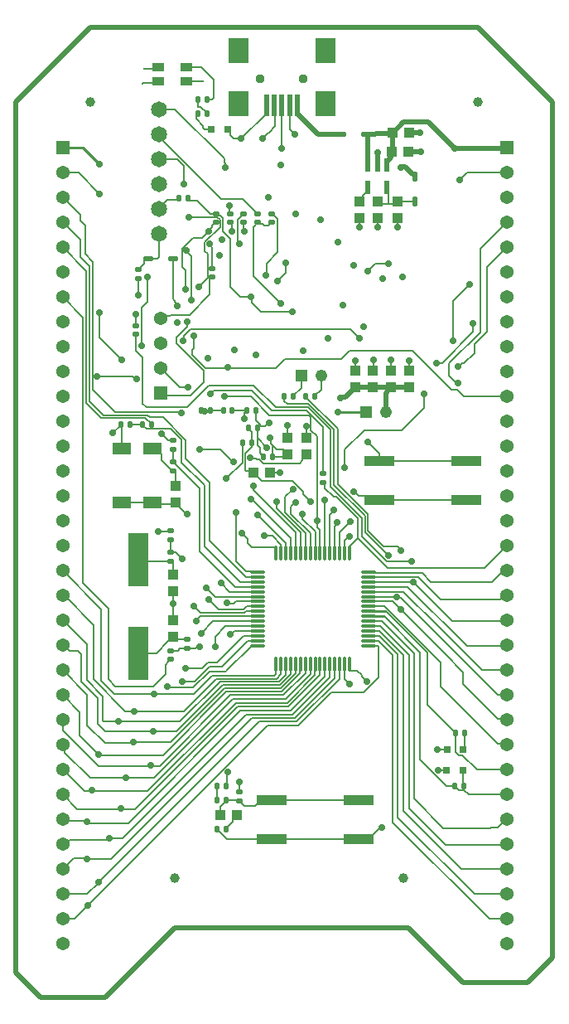
<source format=gbr>
G04*
G04 #@! TF.GenerationSoftware,Altium Limited,Altium Designer,22.4.2 (48)*
G04*
G04 Layer_Physical_Order=1*
G04 Layer_Color=255*
%FSLAX25Y25*%
%MOIN*%
G70*
G04*
G04 #@! TF.SameCoordinates,86050991-3F27-4FED-9AA6-CAC4C36B4C69*
G04*
G04*
G04 #@! TF.FilePolarity,Positive*
G04*
G01*
G75*
%ADD12C,0.01000*%
G04:AMPARAMS|DCode=13|XSize=57.87mil|YSize=11.02mil|CornerRadius=1.38mil|HoleSize=0mil|Usage=FLASHONLY|Rotation=0.000|XOffset=0mil|YOffset=0mil|HoleType=Round|Shape=RoundedRectangle|*
%AMROUNDEDRECTD13*
21,1,0.05787,0.00827,0,0,0.0*
21,1,0.05512,0.01102,0,0,0.0*
1,1,0.00276,0.02756,-0.00413*
1,1,0.00276,-0.02756,-0.00413*
1,1,0.00276,-0.02756,0.00413*
1,1,0.00276,0.02756,0.00413*
%
%ADD13ROUNDEDRECTD13*%
G04:AMPARAMS|DCode=14|XSize=57.87mil|YSize=11.02mil|CornerRadius=1.38mil|HoleSize=0mil|Usage=FLASHONLY|Rotation=90.000|XOffset=0mil|YOffset=0mil|HoleType=Round|Shape=RoundedRectangle|*
%AMROUNDEDRECTD14*
21,1,0.05787,0.00827,0,0,90.0*
21,1,0.05512,0.01102,0,0,90.0*
1,1,0.00276,0.00413,0.02756*
1,1,0.00276,0.00413,-0.02756*
1,1,0.00276,-0.00413,-0.02756*
1,1,0.00276,-0.00413,0.02756*
%
%ADD14ROUNDEDRECTD14*%
%ADD15R,0.03150X0.03150*%
%ADD16R,0.03937X0.04331*%
%ADD17R,0.12205X0.03937*%
%ADD18R,0.07480X0.05118*%
G04:AMPARAMS|DCode=19|XSize=19.29mil|YSize=23.62mil|CornerRadius=1.93mil|HoleSize=0mil|Usage=FLASHONLY|Rotation=180.000|XOffset=0mil|YOffset=0mil|HoleType=Round|Shape=RoundedRectangle|*
%AMROUNDEDRECTD19*
21,1,0.01929,0.01976,0,0,180.0*
21,1,0.01543,0.02362,0,0,180.0*
1,1,0.00386,-0.00772,0.00988*
1,1,0.00386,0.00772,0.00988*
1,1,0.00386,0.00772,-0.00988*
1,1,0.00386,-0.00772,-0.00988*
%
%ADD19ROUNDEDRECTD19*%
G04:AMPARAMS|DCode=20|XSize=19.29mil|YSize=23.62mil|CornerRadius=1.93mil|HoleSize=0mil|Usage=FLASHONLY|Rotation=270.000|XOffset=0mil|YOffset=0mil|HoleType=Round|Shape=RoundedRectangle|*
%AMROUNDEDRECTD20*
21,1,0.01929,0.01976,0,0,270.0*
21,1,0.01543,0.02362,0,0,270.0*
1,1,0.00386,-0.00988,-0.00772*
1,1,0.00386,-0.00988,0.00772*
1,1,0.00386,0.00988,0.00772*
1,1,0.00386,0.00988,-0.00772*
%
%ADD20ROUNDEDRECTD20*%
%ADD21R,0.07874X0.21654*%
%ADD22R,0.04331X0.03937*%
G04:AMPARAMS|DCode=23|XSize=40.55mil|YSize=19.29mil|CornerRadius=2.41mil|HoleSize=0mil|Usage=FLASHONLY|Rotation=180.000|XOffset=0mil|YOffset=0mil|HoleType=Round|Shape=RoundedRectangle|*
%AMROUNDEDRECTD23*
21,1,0.04055,0.01447,0,0,180.0*
21,1,0.03573,0.01929,0,0,180.0*
1,1,0.00482,-0.01786,0.00723*
1,1,0.00482,0.01786,0.00723*
1,1,0.00482,0.01786,-0.00723*
1,1,0.00482,-0.01786,-0.00723*
%
%ADD23ROUNDEDRECTD23*%
G04:AMPARAMS|DCode=24|XSize=51.97mil|YSize=23.23mil|CornerRadius=2.9mil|HoleSize=0mil|Usage=FLASHONLY|Rotation=270.000|XOffset=0mil|YOffset=0mil|HoleType=Round|Shape=RoundedRectangle|*
%AMROUNDEDRECTD24*
21,1,0.05197,0.01742,0,0,270.0*
21,1,0.04616,0.02323,0,0,270.0*
1,1,0.00581,-0.00871,-0.02308*
1,1,0.00581,-0.00871,0.02308*
1,1,0.00581,0.00871,0.02308*
1,1,0.00581,0.00871,-0.02308*
%
%ADD24ROUNDEDRECTD24*%
G04:AMPARAMS|DCode=25|XSize=40.55mil|YSize=19.29mil|CornerRadius=2.41mil|HoleSize=0mil|Usage=FLASHONLY|Rotation=270.000|XOffset=0mil|YOffset=0mil|HoleType=Round|Shape=RoundedRectangle|*
%AMROUNDEDRECTD25*
21,1,0.04055,0.01447,0,0,270.0*
21,1,0.03573,0.01929,0,0,270.0*
1,1,0.00482,-0.00723,-0.01786*
1,1,0.00482,-0.00723,0.01786*
1,1,0.00482,0.00723,0.01786*
1,1,0.00482,0.00723,-0.01786*
%
%ADD25ROUNDEDRECTD25*%
%ADD26R,0.04724X0.03543*%
%ADD27R,0.07874X0.09843*%
%ADD28R,0.01968X0.08858*%
%ADD53C,0.02000*%
%ADD54C,0.00630*%
%ADD55C,0.01968*%
%ADD56C,0.00630*%
%ADD57C,0.00100*%
%ADD58C,0.03937*%
%ADD59R,0.05394X0.05394*%
%ADD60C,0.05394*%
%ADD61C,0.04882*%
%ADD62R,0.04882X0.04882*%
%ADD63C,0.06496*%
%ADD64C,0.03740*%
%ADD65C,0.02756*%
%ADD66C,0.01100*%
D12*
X223575Y345125D02*
X234926D01*
X223500Y345200D02*
X223575Y345125D01*
X112800Y451400D02*
X120800D01*
X127400Y444800D01*
X235723Y263147D02*
X242153D01*
X235723Y265116D02*
X242884D01*
D13*
X235723Y280864D02*
D03*
Y278895D02*
D03*
Y276927D02*
D03*
Y274958D02*
D03*
Y272990D02*
D03*
Y271021D02*
D03*
Y269053D02*
D03*
Y267084D02*
D03*
Y265116D02*
D03*
Y263147D02*
D03*
Y261179D02*
D03*
Y259210D02*
D03*
Y257242D02*
D03*
Y255273D02*
D03*
Y253305D02*
D03*
Y251336D02*
D03*
X191077D02*
D03*
Y253305D02*
D03*
Y255273D02*
D03*
Y257242D02*
D03*
Y259210D02*
D03*
Y261179D02*
D03*
Y263147D02*
D03*
Y265116D02*
D03*
Y267084D02*
D03*
Y269053D02*
D03*
Y271021D02*
D03*
Y272990D02*
D03*
Y274958D02*
D03*
Y276927D02*
D03*
Y278895D02*
D03*
Y280864D02*
D03*
D14*
X198636Y288423D02*
D03*
X200605D02*
D03*
X202573D02*
D03*
X204542D02*
D03*
X206510D02*
D03*
X208479D02*
D03*
X210447D02*
D03*
X212416D02*
D03*
X214384D02*
D03*
X216353D02*
D03*
X218321D02*
D03*
X220290D02*
D03*
X222258D02*
D03*
X224227D02*
D03*
X226195D02*
D03*
X228164D02*
D03*
Y243777D02*
D03*
X226195D02*
D03*
X224227D02*
D03*
X222258D02*
D03*
X220290D02*
D03*
X218321D02*
D03*
X216353D02*
D03*
X214384D02*
D03*
X212416D02*
D03*
X210447D02*
D03*
X208479D02*
D03*
X206510D02*
D03*
X204542D02*
D03*
X202573D02*
D03*
X200605D02*
D03*
X198636D02*
D03*
D15*
X267252Y201300D02*
D03*
X273748D02*
D03*
X273900Y209600D02*
D03*
X267404D02*
D03*
X179048Y458700D02*
D03*
X172552D02*
D03*
D16*
X157100Y261593D02*
D03*
Y254900D02*
D03*
X230500Y355307D02*
D03*
Y362000D02*
D03*
X244900Y355307D02*
D03*
Y362000D02*
D03*
X237700Y355307D02*
D03*
Y362000D02*
D03*
X252100Y361993D02*
D03*
Y355300D02*
D03*
X203200Y328207D02*
D03*
Y334900D02*
D03*
X210900D02*
D03*
Y328207D02*
D03*
X158100Y308953D02*
D03*
Y315647D02*
D03*
X157100Y273054D02*
D03*
Y279747D02*
D03*
X239700Y423153D02*
D03*
Y429846D02*
D03*
X232200Y423153D02*
D03*
Y429846D02*
D03*
X247700D02*
D03*
Y423153D02*
D03*
D17*
X240080Y325474D02*
D03*
X275120D02*
D03*
X240080Y309726D02*
D03*
X275120D02*
D03*
X196780Y189274D02*
D03*
X231820D02*
D03*
X196780Y173526D02*
D03*
X231820D02*
D03*
D18*
X148999Y330627D02*
D03*
Y308973D02*
D03*
X136401D02*
D03*
Y330627D02*
D03*
D19*
X148583Y340200D02*
D03*
X145000D02*
D03*
X185309Y332900D02*
D03*
X188891D02*
D03*
X178591Y194800D02*
D03*
X175009D02*
D03*
X172291Y346000D02*
D03*
X168709D02*
D03*
X197291Y327100D02*
D03*
X193709D02*
D03*
X187509Y338700D02*
D03*
X191091D02*
D03*
X178491Y177600D02*
D03*
X174909D02*
D03*
X270709Y195000D02*
D03*
X274291D02*
D03*
X270961Y216100D02*
D03*
X274543D02*
D03*
X175009Y189200D02*
D03*
X178591D02*
D03*
X190491Y346000D02*
D03*
X186909D02*
D03*
X177409D02*
D03*
X180991D02*
D03*
X136200Y340200D02*
D03*
X139783D02*
D03*
X159709Y431136D02*
D03*
X163291D02*
D03*
X210709Y351500D02*
D03*
X214291D02*
D03*
X202009D02*
D03*
X205591D02*
D03*
X167317Y471000D02*
D03*
X170900D02*
D03*
X170883Y465200D02*
D03*
X167300D02*
D03*
D20*
X157100Y333783D02*
D03*
Y330200D02*
D03*
X156200Y245717D02*
D03*
Y249300D02*
D03*
Y294017D02*
D03*
Y297600D02*
D03*
X184000Y192500D02*
D03*
Y188917D02*
D03*
X157100Y321500D02*
D03*
Y325083D02*
D03*
X162800Y253700D02*
D03*
Y250117D02*
D03*
X156200Y288891D02*
D03*
Y285309D02*
D03*
X185700Y425000D02*
D03*
Y421417D02*
D03*
X174500Y425000D02*
D03*
Y421417D02*
D03*
X180100Y424991D02*
D03*
Y421409D02*
D03*
X142100Y379991D02*
D03*
Y376409D02*
D03*
X217600Y320500D02*
D03*
Y316917D02*
D03*
X143100Y398809D02*
D03*
Y402391D02*
D03*
X191300Y421409D02*
D03*
Y424991D02*
D03*
X172900Y402991D02*
D03*
Y399409D02*
D03*
X196900Y424991D02*
D03*
Y421409D02*
D03*
D21*
X143200Y248299D02*
D03*
Y285701D02*
D03*
D22*
X196093Y320700D02*
D03*
X189400D02*
D03*
X176253Y183200D02*
D03*
X182947D02*
D03*
X252046Y450000D02*
D03*
X245354D02*
D03*
X252200Y457500D02*
D03*
X245507D02*
D03*
D23*
X157100Y407000D02*
D03*
X147100D02*
D03*
X235000Y456800D02*
D03*
X225000D02*
D03*
D24*
X243140Y435492D02*
D03*
X235660D02*
D03*
Y444508D02*
D03*
X239400D02*
D03*
X243140D02*
D03*
D25*
X254400Y429700D02*
D03*
Y439700D02*
D03*
D26*
X162400Y478091D02*
D03*
X151376D02*
D03*
Y483800D02*
D03*
X162400D02*
D03*
D27*
X183500Y490500D02*
D03*
X218539D02*
D03*
X183500Y469043D02*
D03*
X218539D02*
D03*
D28*
X194720Y468551D02*
D03*
X197870D02*
D03*
X201020D02*
D03*
X204169D02*
D03*
X207319D02*
D03*
D53*
X310000Y126000D02*
Y470000D01*
X104000Y110000D02*
X130000D01*
X94000Y120000D02*
Y470000D01*
Y120000D02*
X104000Y110000D01*
X158000Y138000D02*
X252000D01*
X130000Y110000D02*
X158000Y138000D01*
X252000D02*
X274000Y116000D01*
X252000Y138000D02*
X274000Y116000D01*
X130000Y110000D02*
X158000Y138000D01*
X252000D01*
X104000Y110000D02*
X130000D01*
X94000Y120000D02*
X104000Y110000D01*
X94000Y120000D02*
Y470000D01*
X280000Y500000D02*
X310000Y470000D01*
X124000Y500000D02*
X152000D01*
X94000Y470000D02*
X124000Y500000D01*
X152000D02*
X280000D01*
X274000Y116000D02*
X300000D01*
X310000Y126000D01*
X300000Y116000D02*
X310000Y126000D01*
X274000Y116000D02*
X300000D01*
X270400Y451100D02*
X291100D01*
X291500Y451500D01*
X259800Y461700D02*
X270400Y451100D01*
X252147Y449900D02*
X256900D01*
X242800Y345125D02*
Y353010D01*
X244900Y355110D01*
Y355307D01*
X224645Y351145D02*
X226534D01*
X224500Y351000D02*
X224645Y351145D01*
X230500Y355110D02*
Y355307D01*
X226534Y351145D02*
X230500Y355110D01*
Y355307D02*
X237700D01*
X244900D01*
X252097Y355304D02*
X252100Y355300D01*
X244903Y355304D02*
X252097D01*
X244900Y355307D02*
X244903Y355304D01*
X245504Y457300D02*
X249904Y461700D01*
X259800D01*
X245430Y457300D02*
X245504D01*
X245307D02*
X245430D01*
Y450077D02*
Y457300D01*
X252046Y450000D02*
X252147Y449900D01*
X252200Y457500D02*
X252300Y457400D01*
X256700D01*
X207319Y465106D02*
X215625Y456800D01*
X225000D01*
X244788Y449435D02*
X245430Y450077D01*
X239028Y457300D02*
X245307D01*
X238528Y456800D02*
X239028Y457300D01*
X235195Y456800D02*
X238528D01*
X244788Y447593D02*
Y449435D01*
X243140Y445945D02*
X244788Y447593D01*
X243140Y444508D02*
Y445945D01*
X239400Y444508D02*
Y449400D01*
X235000Y456800D02*
X235195D01*
X235660Y444508D02*
Y456335D01*
X235195Y456800D02*
X235660Y456335D01*
D54*
X191800Y220700D02*
X207000D01*
X122700Y151400D02*
X127200Y155900D01*
Y156100D01*
X191800Y220700D01*
X117100Y165700D02*
X122200D01*
X122500Y165400D01*
X132200D02*
X188900Y222100D01*
X122500Y165400D02*
X132200D01*
X112800Y181400D02*
X113393Y180807D01*
X122193D01*
X123000Y180000D02*
X139100D01*
X122193Y180807D02*
X123000Y180000D01*
X139100D02*
X184200Y225100D01*
X136200Y185900D02*
X136500Y185600D01*
X141900D01*
X118600D02*
X135900D01*
X136200Y185900D01*
X141900Y185600D02*
X183100Y226800D01*
X112800Y191400D02*
X118600Y185600D01*
X121500Y192700D02*
X124300D01*
X124700Y193100D01*
X125100Y192700D01*
X146800D01*
X138100Y198100D02*
X138200Y198200D01*
X138300Y198100D02*
X149500D01*
X123900D02*
X138100D01*
X138200Y198200D02*
X138300Y198100D01*
X148200Y203000D02*
X151800D01*
X127200D02*
X148000D01*
X148100Y203100D01*
X148200Y203000D01*
X127400Y207300D02*
X153300D01*
X119600Y215100D02*
Y224600D01*
Y215100D02*
X127400Y207300D01*
X180800Y417700D02*
Y420759D01*
X180100Y421409D02*
X180150D01*
X180800Y420759D01*
X177300Y417800D02*
X180300Y414800D01*
X177300Y417800D02*
Y423054D01*
X176272Y424082D02*
X177300Y423054D01*
X180300Y395600D02*
Y414800D01*
Y395600D02*
X184290Y391610D01*
X183900Y412800D02*
Y413375D01*
X183100Y414175D02*
X183900Y413375D01*
X183100Y414175D02*
Y422616D01*
X185484Y425000D01*
X171500Y417800D02*
Y418100D01*
X173043Y419642D01*
X165107Y415186D02*
X168886D01*
X171500Y417800D01*
X169937Y409963D02*
Y413437D01*
X176096Y419596D02*
Y422441D01*
X169937Y413437D02*
X176096Y419596D01*
X173043Y419642D02*
Y420176D01*
X171968Y412357D02*
X172900Y411425D01*
X171968Y412357D02*
Y412932D01*
X173043Y420176D02*
X174284Y421417D01*
X174500D01*
X247700Y182300D02*
X278600Y151400D01*
X247700Y182300D02*
Y247800D01*
X278600Y151400D02*
X291400D01*
X249800Y184969D02*
Y247500D01*
Y184969D02*
X273369Y161400D01*
X252100Y185900D02*
Y247500D01*
Y185900D02*
X266900Y171100D01*
X291100D01*
X254100Y189900D02*
X266038Y177962D01*
X254100Y189900D02*
Y248200D01*
X266038Y177962D02*
X284962D01*
X170883Y465200D02*
Y465416D01*
X167319Y467981D02*
X168318D01*
X167300Y468000D02*
X167319Y467981D01*
X167309Y468026D02*
Y470991D01*
Y468026D02*
X167317Y468017D01*
X167309Y470991D02*
X167317Y471000D01*
X168318Y467981D02*
X170883Y465416D01*
X145400Y483200D02*
X150776D01*
X151376Y483800D01*
X238697Y404897D02*
X243503D01*
X235700Y401900D02*
X238697Y404897D01*
X243503D02*
X243600Y404800D01*
X192700Y385400D02*
X205100D01*
X188823Y389277D02*
X192700Y385400D01*
X189400Y399800D02*
Y419509D01*
Y399800D02*
X200500Y388700D01*
X199200Y397800D02*
X202685Y401285D01*
Y405077D01*
X202681Y405081D02*
X202685Y405077D01*
X232100Y419600D02*
Y423054D01*
X232200Y423153D01*
X227921Y295207D02*
X228200D01*
X226195Y288423D02*
Y293481D01*
X227921Y295207D01*
X273369Y161400D02*
X291400D01*
X283500Y403500D02*
X291500Y411500D01*
X282500Y282500D02*
X291500Y291500D01*
X284400Y141500D02*
X291500D01*
X287858Y211942D02*
X291058D01*
X288040Y178041D02*
X291500Y181500D01*
X275400Y251100D02*
X291100D01*
X275500Y441500D02*
X291500D01*
X290211Y281500D02*
X291500D01*
X274374Y351400D02*
X291400D01*
X290349Y271500D02*
X291500D01*
X291400Y151400D02*
X291500Y151500D01*
X291400Y161400D02*
X291500Y161500D01*
X291100Y171100D02*
X291500Y171500D01*
X291058Y211942D02*
X291500Y211500D01*
X291100Y251100D02*
X291500Y251500D01*
X291400Y351400D02*
X291500Y351500D01*
X288749Y269900D02*
X290349Y271500D01*
X265000Y269900D02*
X288749D01*
X256005Y278895D02*
X265000Y269900D01*
X235723Y278895D02*
X256005D01*
X271667Y354107D02*
X274374Y351400D01*
X269107Y354107D02*
X271667D01*
X253514Y369700D02*
X269107Y354107D01*
X228100Y369700D02*
X253514D01*
X224800Y366400D02*
X228100Y369700D01*
X202100Y366400D02*
X224800D01*
X198700Y363000D02*
X202100Y366400D01*
X179100Y363000D02*
X198700D01*
X285711Y277000D02*
X290211Y281500D01*
X261000Y277000D02*
X285711D01*
X257631Y280369D02*
X261000Y277000D01*
X238560Y280369D02*
X257631D01*
X238065Y280864D02*
X238560Y280369D01*
X235723Y280864D02*
X238065D01*
X272500Y438500D02*
X275500Y441500D01*
X251542Y274958D02*
X275400Y251100D01*
X235723Y274958D02*
X251542D01*
X284962Y177962D02*
X285040Y178041D01*
X288040D01*
X264849Y234951D02*
X287858Y211942D01*
X264849Y234951D02*
Y244445D01*
X242210Y267084D02*
X264849Y244445D01*
X235723Y267084D02*
X242210D01*
X245700Y180200D02*
X284400Y141500D01*
X245700Y180200D02*
Y247600D01*
X239995Y253305D02*
X245700Y247600D01*
X235723Y253305D02*
X239995D01*
X243400Y282500D02*
X282500D01*
X231400Y294500D02*
X243400Y282500D01*
X240227Y255273D02*
X247700Y247800D01*
X235723Y255273D02*
X240227D01*
X283500Y377500D02*
Y403500D01*
X278518Y372518D02*
X283500Y377500D01*
X278518Y369018D02*
Y372518D01*
X274219Y364719D02*
X278518Y369018D01*
X273701Y364719D02*
X274219D01*
X272382Y363400D02*
X273701Y364719D01*
X271807Y363400D02*
X272382D01*
X240390Y259210D02*
X252100Y247500D01*
X235723Y259210D02*
X240390D01*
X240058Y257242D02*
X249800Y247500D01*
X235723Y257242D02*
X240058D01*
X269800Y373700D02*
Y389800D01*
X276500Y396500D01*
X277900Y377500D02*
Y380700D01*
X265423Y365023D02*
X277900Y377500D01*
X112800Y131400D02*
X114089D01*
X226300Y330200D02*
X234100Y338000D01*
X249100D01*
X226300Y323000D02*
Y330200D01*
X249100Y338000D02*
X258100Y347000D01*
Y352400D01*
X263100Y364900D02*
X263223Y365023D01*
X265423D01*
X224227Y296927D02*
X228600Y301300D01*
X245547Y269053D02*
X248850Y265750D01*
X266800Y247800D01*
X170100Y363000D02*
X179100D01*
X252100Y361993D02*
X252200Y362093D01*
Y365900D01*
X237700Y362000D02*
X237800Y362100D01*
Y366100D01*
X230500Y362000D02*
Y365900D01*
X244900Y362000D02*
Y366100D01*
X202300Y304765D02*
Y311200D01*
X205400Y314300D01*
X198800Y306600D02*
X208479Y296921D01*
X198800Y306600D02*
Y309300D01*
X196093Y320700D02*
X200100D01*
X189400D02*
X189597D01*
X192797Y317500D01*
X205336D01*
X209568Y312332D02*
Y313268D01*
Y312332D02*
X212600Y309300D01*
X205336Y317500D02*
X209568Y313268D01*
X218194Y309794D02*
X218315Y309672D01*
Y288429D02*
Y309672D01*
X212700Y337821D02*
X215100Y335421D01*
Y301600D02*
Y335421D01*
Y301600D02*
X215238Y301462D01*
X208479Y288423D02*
Y296921D01*
X202300Y304765D02*
X210447Y296617D01*
Y288423D02*
Y296617D01*
X229800Y313400D02*
X231821Y311380D01*
X211400Y347100D02*
X220400Y338100D01*
X221900Y315900D02*
X234400Y303400D01*
Y296869D02*
Y303400D01*
X218273Y314652D02*
X221725Y311200D01*
X217624Y316917D02*
X218273Y316268D01*
X235700Y297600D02*
X242000Y291300D01*
X210709Y351284D02*
X223500Y338492D01*
X222883Y311200D02*
X231400Y302683D01*
X220400Y315300D02*
Y338100D01*
X217600Y316917D02*
X217624D01*
X211700Y348400D02*
X221900Y338200D01*
X231400Y294500D02*
Y302683D01*
X223500Y316300D02*
Y338492D01*
X221725Y311200D02*
X222883D01*
X223500Y316300D02*
X235700Y304100D01*
X221900Y315900D02*
Y338200D01*
X218273Y314652D02*
Y316268D01*
X233100Y295100D02*
Y302600D01*
X220400Y315300D02*
X233100Y302600D01*
X235700Y297600D02*
Y304100D01*
X234400Y296869D02*
X238772Y292497D01*
X220290Y303880D02*
X222000Y305590D01*
X233100Y295100D02*
X243100Y285100D01*
X222000Y305590D02*
Y305900D01*
X220290Y288423D02*
Y303880D01*
X238803Y292497D02*
X243800Y287500D01*
X238772Y292497D02*
X238803D01*
X231821Y311380D02*
X238427D01*
X240080Y309726D01*
X212700Y337821D02*
Y343036D01*
X211736Y344000D02*
X212700Y343036D01*
X215238Y298962D02*
X216353Y297847D01*
X215238Y298962D02*
Y301462D01*
X222258Y299183D02*
X223200Y300125D01*
Y300700D01*
X222258Y288423D02*
Y299183D01*
X190526Y326615D02*
X190841Y326300D01*
X188585Y326615D02*
X190526D01*
X190841Y326300D02*
X191889D01*
X188203Y326997D02*
X188585Y326615D01*
X176200Y330200D02*
X181634Y324766D01*
X186909Y345783D02*
Y346000D01*
X185900Y344775D02*
X186909Y345783D01*
X185900Y342500D02*
Y344775D01*
X206510Y288423D02*
Y296890D01*
X189400Y315600D02*
X189613Y315387D01*
Y313787D02*
Y315387D01*
Y313787D02*
X206510Y296890D01*
X212416Y288423D02*
Y296384D01*
X204600Y304200D02*
X212416Y296384D01*
X204600Y304200D02*
Y307200D01*
X209354Y302146D02*
Y304046D01*
Y302146D02*
X214384Y297116D01*
X209300Y304100D02*
X209354Y304046D01*
X204600Y307200D02*
X206400Y309000D01*
X198500Y347100D02*
X211400D01*
X197000Y345900D02*
X210868D01*
X173600Y353900D02*
X189000D01*
X197000Y345900D01*
X171700Y355900D02*
X189700D01*
X198500Y347100D01*
X188600Y351400D02*
X196000Y344000D01*
X177900Y351400D02*
X188600D01*
X172200Y352500D02*
X173600Y353900D01*
X162900Y347100D02*
X171700Y355900D01*
X196000Y344000D02*
X211736D01*
X146400Y347100D02*
X162900D01*
X155870Y383885D02*
X156185Y384200D01*
X153114Y383885D02*
X155870D01*
X152229Y383000D02*
X153114Y383885D01*
X156185Y384200D02*
X163800D01*
X172684Y399409D02*
X172900D01*
X172034Y398759D02*
X172684Y399409D01*
X172034Y392434D02*
Y398759D01*
X163800Y384200D02*
X172034Y392434D01*
X152229Y362971D02*
X159900Y355300D01*
X152229Y362971D02*
Y363000D01*
X159900Y355300D02*
X163100D01*
X152214Y352986D02*
X152229Y353000D01*
X162787Y381187D02*
X163000Y381400D01*
X162787Y379587D02*
Y381187D01*
X158400Y375200D02*
X162787Y379587D01*
X158400Y372900D02*
Y375200D01*
Y372900D02*
X169600Y361700D01*
Y357300D02*
Y361700D01*
X164231Y351931D02*
X169600Y357300D01*
X153269Y351931D02*
X164231D01*
X152214Y352986D02*
X153269Y351931D01*
X161100Y373800D02*
X161507Y374207D01*
Y375842D01*
X164057Y378393D01*
X228407D01*
X165700Y371012D02*
Y375700D01*
X164800Y370112D02*
X165700Y371012D01*
X164800Y368300D02*
X170100Y363000D01*
X164800Y368300D02*
Y370112D01*
X217600Y320500D02*
Y339168D01*
X210868Y345900D02*
X217600Y339168D01*
X203200Y348400D02*
X211700D01*
X210709Y351284D02*
Y351500D01*
X208117Y324600D02*
X209246Y325730D01*
X193589Y324600D02*
X208117D01*
X191889Y326300D02*
X193589Y324600D01*
X209246Y326554D02*
X210900Y328207D01*
X209246Y325730D02*
Y326554D01*
X210900Y334703D02*
X212554Y333050D01*
X210900Y334703D02*
Y339507D01*
X247500Y291300D02*
X249000Y289800D01*
X242000Y291300D02*
X247500D01*
X249000Y289600D02*
Y289800D01*
X243100Y285100D02*
X253300D01*
X203200Y334900D02*
Y339707D01*
X196523Y332577D02*
Y334677D01*
Y332577D02*
X197296Y331804D01*
X199042Y330058D01*
X197296Y327104D02*
Y331804D01*
X196300Y334900D02*
X196523Y334677D01*
X197291Y327100D02*
X197296Y327104D01*
X191548Y339373D02*
X192091D01*
X194142D01*
X142100Y370000D02*
Y376409D01*
Y370000D02*
X144900Y367200D01*
Y348600D02*
Y367200D01*
Y348600D02*
X146400Y347100D01*
X160307Y345100D02*
X160600Y344807D01*
X134000Y345100D02*
X160307D01*
X202009Y349591D02*
X203200Y348400D01*
X202009Y349591D02*
Y351500D01*
X168000Y330200D02*
X176200D01*
X194142Y339373D02*
X195569Y340800D01*
X196000D01*
X191466Y339291D02*
X191548Y339373D01*
X152700Y336400D02*
X155317Y333783D01*
X136200Y339984D02*
Y340200D01*
X133000Y336784D02*
X136200Y339984D01*
X133000Y336600D02*
Y336784D01*
X214291Y351716D02*
X216737Y354162D01*
Y360000D01*
X119100Y441400D02*
X127700Y432800D01*
X112800Y441400D02*
X119100D01*
X127700Y375100D02*
X136700Y366100D01*
X127700Y375100D02*
Y385300D01*
X146900Y344000D02*
X147800Y343100D01*
X123600Y349600D02*
X129200Y344000D01*
X146900D01*
X124907Y354193D02*
X134000Y345100D01*
X155317Y333783D02*
X157100D01*
X124907Y354193D02*
Y405593D01*
X121800Y408700D02*
X124907Y405593D01*
X123600Y349600D02*
Y403700D01*
X119800Y407500D02*
X123600Y403700D01*
X122300Y348800D02*
Y401900D01*
X112800Y411400D02*
X122300Y401900D01*
Y348800D02*
X128100Y343000D01*
X112800Y391400D02*
X120900Y383300D01*
Y276500D02*
X131200Y266200D01*
X120900Y276500D02*
Y383300D01*
X121800Y408700D02*
Y420200D01*
X119800Y422200D02*
X121800Y420200D01*
X112800Y431400D02*
X119800Y424400D01*
Y422200D02*
Y424400D01*
X112800Y421400D02*
X119800Y414400D01*
Y407500D02*
Y414400D01*
X126700Y359600D02*
X140825D01*
X128100Y343000D02*
X145999D01*
X141825Y358600D02*
X142400D01*
X140825Y359600D02*
X141825Y358600D01*
X202093Y327100D02*
X203200Y328207D01*
X197291Y327100D02*
X202093D01*
X203200Y328207D02*
Y328404D01*
X201547Y330058D02*
X203200Y328404D01*
X199042Y330058D02*
X201547D01*
X136400Y330628D02*
Y340000D01*
X136200Y340200D02*
X136400Y340000D01*
Y330628D02*
X136401Y330627D01*
X247523Y270665D02*
X248835D01*
X247167Y271021D02*
X247523Y270665D01*
X248835D02*
X266900Y252600D01*
X235723Y271021D02*
X247167D01*
X235723Y272990D02*
X250010D01*
X263900Y259100D01*
X253873Y276927D02*
X269700Y261100D01*
X235723Y276927D02*
X253873D01*
X235418Y333050D02*
X240080Y328387D01*
X144700Y372000D02*
Y387300D01*
X142100Y379991D02*
Y384400D01*
X142000Y384500D02*
X142100Y384400D01*
X144700Y387300D02*
X146800Y389400D01*
X216353Y288423D02*
Y297847D01*
X214384Y288423D02*
Y297116D01*
X200605Y288423D02*
Y291995D01*
X204542Y288423D02*
Y294458D01*
X202405Y239605D02*
Y243609D01*
X199800Y237000D02*
X202405Y239605D01*
X187205Y253305D02*
X191077D01*
X176800Y242900D02*
X187205Y253305D01*
X204389Y239789D02*
Y243625D01*
X200200Y235600D02*
X204389Y239789D01*
X216353Y239553D02*
Y243777D01*
X203600Y226800D02*
X216353Y239553D01*
X220290Y238490D02*
Y243777D01*
X186784Y267084D02*
X191077D01*
X175500Y265900D02*
X185600D01*
X186784Y267084D01*
X228164Y241572D02*
Y243777D01*
X226195Y238005D02*
Y243777D01*
X218321Y238721D02*
Y243777D01*
X212416Y239716D02*
Y243777D01*
X202600Y229900D02*
X212416Y239716D01*
X178598Y241200D02*
X188735Y251336D01*
X200470Y234170D02*
X206510Y240210D01*
X177970Y234170D02*
X200470D01*
X173379Y261179D02*
X191077D01*
X202573Y288423D02*
Y292627D01*
X181917Y257242D02*
X191077D01*
X180100Y256000D02*
X180675D01*
X181917Y257242D01*
X185900Y264400D02*
X186616Y265116D01*
X168300Y264400D02*
X185900D01*
X174179Y271021D02*
X191077D01*
X239561Y251270D02*
X240000Y250831D01*
Y238500D02*
Y250831D01*
X181475Y268100D02*
X182428Y269053D01*
X179100Y268100D02*
X181475D01*
X178800Y268400D02*
X179100Y268100D01*
X174800Y244600D02*
X185473Y255273D01*
X200800Y232700D02*
X208308Y240208D01*
X235723Y261179D02*
X241121D01*
X224227Y237927D02*
Y243777D01*
X198636Y288423D02*
Y290628D01*
Y239834D02*
Y243777D01*
X197942Y239140D02*
X198636Y239834D01*
X235723Y269053D02*
X245547D01*
X178310Y259210D02*
X191077D01*
X174100Y255000D02*
X178310Y259210D01*
X174100Y251000D02*
Y255000D01*
X200605Y239805D02*
Y243777D01*
X198800Y238000D02*
X200605Y239805D01*
X168347Y263147D02*
X191077D01*
X166500Y261300D02*
X168347Y263147D01*
X224227Y288423D02*
Y296927D01*
X179810Y272990D02*
X191077D01*
X228400Y288659D02*
Y291500D01*
X228164Y288423D02*
X228400Y288659D01*
X201600Y231400D02*
X210447Y240247D01*
X222258Y238158D02*
Y243777D01*
X214300Y239500D02*
Y243693D01*
X203100Y228300D02*
X214300Y239500D01*
X202405Y243609D02*
X202573Y243777D01*
X188735Y251336D02*
X191077D01*
X204389Y243625D02*
X204542Y243777D01*
X210447Y240247D02*
Y243777D01*
X208308Y240208D02*
Y243606D01*
X208479Y243777D01*
X214300Y243693D02*
X214384Y243777D01*
X206510Y240210D02*
Y243777D01*
X186616Y265116D02*
X191077D01*
X235789Y251270D02*
X239561D01*
X235723Y251336D02*
X235789Y251270D01*
X182428Y269053D02*
X191077D01*
X185473Y255273D02*
X191077D01*
X182400Y228300D02*
X203100D01*
X146800Y192700D02*
X182400Y228300D01*
X206200Y222100D02*
X222258Y238158D01*
X188900Y222100D02*
X206200D01*
X180200Y231400D02*
X201600D01*
X151800Y203000D02*
X180200Y231400D01*
X228400Y291500D02*
X231400Y294500D01*
X176400Y276400D02*
X179810Y272990D01*
X174500Y238000D02*
X198800D01*
X161500Y225000D02*
X174500Y238000D01*
X141700Y225000D02*
X161500D01*
X172940Y239140D02*
X197942D01*
X165700Y231900D02*
X172940Y239140D01*
X149700Y231900D02*
X165700D01*
X198400Y290864D02*
X198636Y290628D01*
X189036Y290864D02*
X198400D01*
X207000Y220700D02*
X224227Y237927D01*
X178700Y232700D02*
X200800D01*
X153300Y207300D02*
X178700Y232700D01*
X171100Y244600D02*
X174800D01*
X168800Y242300D02*
X171100Y244600D01*
X162300Y242300D02*
X168800D01*
X234000Y232500D02*
X240000Y238500D01*
X221000Y232500D02*
X234000D01*
X207700Y219200D02*
X221000Y232500D01*
X195200Y219200D02*
X207700D01*
X122800Y146800D02*
X195200Y219200D01*
X170600Y274600D02*
X174179Y271021D01*
X165600Y267100D02*
X168300Y264400D01*
X191200Y304000D02*
X202573Y292627D01*
X168500Y256300D02*
X173379Y261179D01*
X156200Y212400D02*
X177970Y234170D01*
X141300Y212400D02*
X156200D01*
X178400Y241200D02*
X178598D01*
X178200Y241000D02*
X178400Y241200D01*
X171900Y241000D02*
X178200D01*
X165300Y234400D02*
X171900Y241000D01*
X155200Y234400D02*
X165300D01*
X154900Y234700D02*
X155200Y234400D01*
X181300Y229900D02*
X202600D01*
X149500Y198100D02*
X181300Y229900D01*
X204700Y225100D02*
X218321Y238721D01*
X184200Y225100D02*
X204700D01*
X226195Y238005D02*
X228300Y235900D01*
X228164Y241572D02*
X228400Y241336D01*
X231364D01*
X233128Y239571D01*
Y238872D02*
Y239571D01*
Y238872D02*
X235300Y236700D01*
X171400Y270000D02*
X175500Y265900D01*
X205300Y223500D02*
X220290Y238490D01*
X186500Y223500D02*
X205300D01*
X136800Y173800D02*
X186500Y223500D01*
X130825Y173800D02*
X136800D01*
X183100Y226800D02*
X203600D01*
X177300Y235600D02*
X200200D01*
X158700Y217000D02*
X177300Y235600D01*
X149200Y217000D02*
X158700D01*
X171932Y242900D02*
X176800D01*
X165832Y236800D02*
X171932Y242900D01*
X160800Y236800D02*
X165832D01*
X176200Y237000D02*
X199800D01*
X160000Y220800D02*
X176200Y237000D01*
X135100Y220800D02*
X160000D01*
X191100Y307900D02*
X204542Y294458D01*
X197100Y295500D02*
X200605Y291995D01*
X193900Y295500D02*
X197100D01*
X131200Y237700D02*
Y266200D01*
X128300Y237300D02*
Y265900D01*
X112800Y281400D02*
X128300Y265900D01*
X131200Y237700D02*
X134000Y234900D01*
X149300D01*
X154100Y239700D01*
Y243617D01*
X155334Y244851D02*
Y245068D01*
X154100Y243617D02*
X155334Y244851D01*
X155983Y245717D02*
X156200D01*
X155334Y245068D02*
X155983Y245717D01*
X166342Y250117D02*
X167225Y251000D01*
X167800D01*
X162800Y250117D02*
X166342D01*
X157200Y261693D02*
Y272954D01*
X157100Y261593D02*
X157200Y261693D01*
X157100Y273054D02*
X157200Y272954D01*
X159909Y250117D02*
X162800D01*
X133700Y231900D02*
X149700D01*
X113964Y171400D02*
X115664Y173100D01*
X130125D02*
X130825Y173800D01*
X115664Y173100D02*
X130125D01*
X112800Y171400D02*
X113964D01*
X112800Y161400D02*
X117100Y165700D01*
X112800Y201400D02*
X121500Y192700D01*
X113645Y208355D02*
Y210555D01*
Y208355D02*
X123900Y198100D01*
X112800Y211400D02*
X113645Y210555D01*
X130000Y217000D02*
X149200D01*
X113017Y217183D02*
X127200Y203000D01*
X113017Y217183D02*
Y221183D01*
X112800Y221400D02*
X113017Y221183D01*
X141100Y212200D02*
X141300Y212400D01*
X129800Y212200D02*
X141100D01*
X122700Y219300D02*
X129800Y212200D01*
X138000Y225000D02*
X141700D01*
X125300Y237700D02*
X138000Y225000D01*
X125300Y237700D02*
Y259670D01*
X128300Y237300D02*
X133700Y231900D01*
X122500Y237500D02*
X129000Y231000D01*
Y221169D02*
X129369Y220800D01*
X135100D01*
X129000Y221169D02*
Y231000D01*
X122500Y237500D02*
Y251700D01*
X126979Y220021D02*
X130000Y217000D01*
X126979Y220021D02*
Y230121D01*
X120300Y236800D02*
X126979Y230121D01*
X122700Y219300D02*
Y231500D01*
X112800Y231400D02*
X119600Y224600D01*
X112800Y241400D02*
X122700Y231500D01*
X113570Y271400D02*
X125300Y259670D01*
X112800Y271400D02*
X113570D01*
X112800Y261400D02*
X122500Y251700D01*
X112800Y251400D02*
X113470D01*
X118971Y249160D02*
X120300Y247831D01*
Y236800D02*
Y247831D01*
X113470Y251400D02*
X115710Y249160D01*
X118971D01*
X117400Y141400D02*
X122800Y146800D01*
X112800Y141400D02*
X117400D01*
X112800Y151400D02*
X122700D01*
X240080Y325474D02*
Y328387D01*
Y325474D02*
X275120D01*
X178896Y195104D02*
Y200296D01*
X178591Y194800D02*
X178896Y195104D01*
Y200296D02*
X179200Y200600D01*
X240221Y177793D02*
X240893D01*
X241300Y178200D01*
X231820Y173526D02*
X235953D01*
X240221Y177793D01*
X184000Y192500D02*
Y196500D01*
X181404Y455100D02*
X184714D01*
X159091Y249300D02*
X159909Y250117D01*
X156200Y249300D02*
X159091D01*
X158300Y253700D02*
X162800D01*
X139783Y340200D02*
X145000D01*
X136401Y308973D02*
X148999D01*
X240080Y309726D02*
X275120D01*
X196780Y173526D02*
X231820D01*
X196780Y189274D02*
X231820D01*
X192647D02*
X196780D01*
X190272Y186900D02*
X192647Y189274D01*
X185892Y186900D02*
X190272D01*
X183937Y188855D02*
X185892Y186900D01*
X183667Y189250D02*
X184000Y188917D01*
X178641Y189250D02*
X183667D01*
X178591Y189200D02*
X178641Y189250D01*
X175009Y189200D02*
Y194800D01*
X178591Y188984D02*
Y189200D01*
X176253Y183200D02*
Y186646D01*
X178591Y188984D01*
X178491Y177816D02*
X181096Y180421D01*
Y181546D02*
X182750Y183200D01*
X182947D01*
X178491Y177600D02*
Y177816D01*
X181096Y180421D02*
Y181546D01*
X174909Y177383D02*
Y177600D01*
X178766Y173526D02*
X196780D01*
X174909Y177383D02*
X178766Y173526D01*
X155447Y253050D02*
X157100Y254703D01*
X155250Y253050D02*
X155447D01*
X157100Y254703D02*
Y254900D01*
X150499Y248299D02*
X155250Y253050D01*
X143200Y248299D02*
X150499D01*
X157100Y254900D02*
X158300Y253700D01*
X205591Y351716D02*
X208863Y354988D01*
Y360000D01*
X205591Y351500D02*
Y351716D01*
X214291Y351500D02*
Y351716D01*
X228407Y378393D02*
X232100Y374700D01*
X146800Y389400D02*
Y399400D01*
X194700Y400200D02*
X194800Y400300D01*
Y405000D01*
X199200Y409400D01*
X196900Y424991D02*
X197116D01*
X199200Y422908D01*
Y409400D02*
Y422908D01*
X189400Y419509D02*
X191300Y421409D01*
X143100Y392300D02*
X143300Y392100D01*
X143100Y392300D02*
Y398809D01*
X162578Y409837D02*
X164700Y407715D01*
X162578Y409837D02*
Y410122D01*
X160785Y403627D02*
X162100Y402313D01*
X160785Y403627D02*
Y410864D01*
X165107Y415186D01*
X158831Y447000D02*
X161600Y444231D01*
Y436700D02*
Y444231D01*
X164700Y390200D02*
Y407715D01*
X162100Y394500D02*
Y402313D01*
X174937Y423600D02*
X176096Y422441D01*
X169937Y409963D02*
X171100Y408800D01*
X163400Y423600D02*
X174937D01*
X171100Y399200D02*
Y408800D01*
X172900Y402991D02*
Y411425D01*
X157100Y390861D02*
X158993Y387800D01*
X157100Y390861D02*
Y407000D01*
X167500Y395600D02*
X171100Y399200D01*
X147100Y406900D02*
X147900D01*
X143100Y402391D02*
X143316D01*
X145628Y404703D01*
Y406350D01*
X146178Y406900D01*
X147100D01*
Y407000D02*
X147200Y406900D01*
X147900D01*
X150872D01*
X151400Y407428D02*
Y417000D01*
X150872Y406900D02*
X151400Y407428D01*
X180000Y425091D02*
X180100Y424991D01*
X180000Y425091D02*
Y428100D01*
X185355Y430937D02*
X191300Y424991D01*
X151400Y456000D02*
X176463Y430937D01*
X185355D01*
X151400Y456000D02*
Y457000D01*
Y447000D02*
X158831D01*
X188823Y389277D02*
Y391277D01*
X188490Y391610D02*
X188823Y391277D01*
X184290Y391610D02*
X188490D01*
X163291Y431136D02*
X163428Y431000D01*
X163700D01*
X172300Y425000D02*
X174500D01*
X166942Y430358D02*
X172300Y425000D01*
X164342Y430358D02*
X166942D01*
X163700Y431000D02*
X164342Y430358D01*
X154900Y430500D02*
X159072D01*
X159709Y431136D01*
X151400Y427000D02*
X154900Y430500D01*
X177900Y445500D02*
Y447100D01*
X158000Y467000D02*
X177900Y447100D01*
X185700Y418000D02*
Y421417D01*
X185484Y425000D02*
X185700D01*
X174716D02*
X175635Y424082D01*
X176272D01*
X193795Y420209D02*
X195484D01*
X196684Y421409D01*
X196900D01*
X193060Y420944D02*
X193795Y420209D01*
X191765Y420944D02*
X193060D01*
X191300Y421409D02*
X191765Y420944D01*
X195587Y457687D02*
X195887D01*
X193100Y455200D02*
X195587Y457687D01*
X195887D02*
X198354Y460154D01*
X197870Y468551D02*
X198354Y468067D01*
Y460154D02*
Y468067D01*
X205022Y458151D02*
X206373Y456800D01*
X204169Y458858D02*
X204876Y458151D01*
X206373Y456800D02*
X206400D01*
X204876Y458151D02*
X205022D01*
X204169Y458858D02*
Y468551D01*
X200600Y451227D02*
X201010Y451637D01*
Y468541D01*
X200600Y451200D02*
Y451227D01*
X178300Y443500D02*
Y445100D01*
X177900Y445500D02*
X178300Y445100D01*
X151400Y467000D02*
X158000D01*
X180123Y456382D02*
Y457625D01*
X179048Y458700D02*
X180123Y457625D01*
Y456382D02*
X181404Y455100D01*
X172352Y458900D02*
X172552Y458700D01*
X167300Y464984D02*
Y465200D01*
X166395Y464079D02*
X167300Y464984D01*
X166395Y463105D02*
Y464079D01*
Y463105D02*
X169300Y460200D01*
Y459486D02*
Y460200D01*
Y459486D02*
X169886Y458900D01*
X172352D01*
X184714Y455100D02*
X194720Y465106D01*
Y468551D01*
X247847Y429700D02*
X254400D01*
X247700Y429846D02*
X247847Y429700D01*
X173549Y471586D02*
Y478712D01*
X172963Y471000D02*
X173549Y471586D01*
X170900Y471000D02*
X172963D01*
X168461Y483800D02*
X173549Y478712D01*
X162400Y483800D02*
X168461D01*
X247700Y420000D02*
Y423153D01*
X239700Y420000D02*
Y423153D01*
X233668Y432064D02*
X235660Y434055D01*
X233210Y431054D02*
X233668Y431512D01*
X232658Y431054D02*
X233210D01*
X233668Y431512D02*
Y432064D01*
X232200Y429846D02*
Y430595D01*
X232658Y431054D01*
X233033Y430679D02*
X233865Y431512D01*
X243900Y428747D02*
X246600D01*
X247700Y429846D01*
X235660Y434055D02*
Y435492D01*
X240800Y428747D02*
X243900D01*
X239700Y429846D02*
X240800Y428747D01*
X243140Y434055D02*
Y435492D01*
Y434055D02*
X243900Y433295D01*
Y428747D02*
Y433295D01*
X169173Y478100D02*
X169273Y478200D01*
X162409Y478100D02*
X169173D01*
X169273Y478200D02*
X169300D01*
X162400Y478091D02*
X162409Y478100D01*
X145146Y477446D02*
X150731D01*
X151376Y478091D01*
X145000Y477300D02*
X145146Y477446D01*
X201010Y468541D02*
X201020Y468551D01*
X207319Y465106D02*
Y468551D01*
D55*
X253651Y440763D02*
X253829D01*
X249300Y443700D02*
X250714D01*
X253829Y440763D02*
X254115Y440478D01*
X254399Y440015D02*
X254400Y440014D01*
X250714Y443700D02*
X253651Y440763D01*
X254400Y439700D02*
Y440014D01*
D56*
X276084Y191400D02*
X291400D01*
X269700Y261100D02*
X291100D01*
X279455Y201400D02*
X291400D01*
X287858Y221942D02*
X291058D01*
X287858Y231642D02*
X291358D01*
X281600Y241400D02*
X291400D01*
X280800Y410800D02*
X291500Y421500D01*
X291400Y191400D02*
X291500Y191500D01*
X291058Y221942D02*
X291500Y221500D01*
X291100Y261100D02*
X291500Y261500D01*
X291400Y201400D02*
X291500Y201500D01*
X291358Y231642D02*
X291500Y231500D01*
X291400Y241400D02*
X291500Y241500D01*
X280800Y377200D02*
Y410800D01*
X268300Y364700D02*
X280800Y377200D01*
X268300Y359760D02*
Y364700D01*
Y359760D02*
X271260Y356800D01*
X271807D01*
X263900Y259100D02*
X281600Y241400D01*
X266900Y252600D02*
X287858Y231642D01*
X273945Y235855D02*
X287858Y221942D01*
X273945Y235855D02*
Y240655D01*
X266800Y247800D02*
X273945Y240655D01*
X270961Y208541D02*
Y216100D01*
Y208541D02*
X272332Y207170D01*
X273685D01*
X279455Y201400D01*
X274308Y193177D02*
X276084Y191400D01*
X272315Y193177D02*
X274308D01*
X270709Y194783D02*
X272315Y193177D01*
X270709Y194783D02*
Y195000D01*
X188900Y310100D02*
X191100Y307900D01*
X188500Y310100D02*
X188900D01*
X191091Y332021D02*
Y334809D01*
X195000Y330900D01*
X191091Y334809D02*
Y338700D01*
Y332021D02*
X192091Y331021D01*
X185309Y326917D02*
Y332900D01*
X186200Y321900D02*
X186659Y321441D01*
X186200Y328500D02*
X188843Y331143D01*
X185109Y326717D02*
X185309Y326917D01*
X186200Y321900D02*
Y328500D01*
X185109Y325009D02*
Y326717D01*
X188843Y332852D02*
X188891Y332900D01*
X188843Y331143D02*
Y332852D01*
X188891Y332900D02*
Y337101D01*
X187509Y338484D02*
Y338700D01*
Y338484D02*
X188891Y337101D01*
X186659Y321441D02*
X188659D01*
X189400Y320700D01*
X178700Y318600D02*
X185109Y325009D01*
X192091Y328717D02*
Y331021D01*
Y328717D02*
X192842Y327966D01*
X193059D01*
X193709Y327316D01*
Y327100D02*
Y327316D01*
X192091Y339373D02*
Y340089D01*
X190470Y345979D02*
X190491Y346000D01*
X190470Y341711D02*
Y345979D01*
Y341711D02*
X192091Y340089D01*
X172291Y346000D02*
X177409D01*
X180991D02*
X186909D01*
X187222Y292678D02*
Y294279D01*
Y292678D02*
X189036Y290864D01*
X185000Y296500D02*
X187222Y294279D01*
X171900Y293400D02*
X186405Y278895D01*
X162300Y326600D02*
X171900Y317000D01*
Y293400D02*
Y317000D01*
X169900Y291100D02*
X184073Y276927D01*
X169900Y291100D02*
Y315784D01*
X160700Y324984D02*
X169900Y315784D01*
X157317Y325083D02*
X168000Y314399D01*
Y289200D02*
Y314399D01*
Y289200D02*
X182242Y274958D01*
X153200Y343100D02*
X162300Y334000D01*
Y326600D02*
Y334000D01*
X147800Y343100D02*
X153200D01*
X146465Y338518D02*
X156282D01*
X160700Y324984D02*
Y334100D01*
X156282Y338518D02*
X160700Y334100D01*
X145999Y343000D02*
X148583Y340417D01*
X145000Y339984D02*
X146465Y338518D01*
X148583Y340200D02*
Y340417D01*
X145000Y339984D02*
Y340200D01*
X184073Y276927D02*
X191077D01*
X162557Y304300D02*
X163000D01*
X158503Y308353D02*
X162557Y304300D01*
X149619Y308353D02*
X158503D01*
X186405Y278895D02*
X191077D01*
X186600Y281100D02*
X190841D01*
X191077Y280864D01*
X182242Y274958D02*
X191077D01*
X157100Y325083D02*
X157317D01*
X182400Y285300D02*
Y305000D01*
Y285300D02*
X186600Y281100D01*
X155800Y297200D02*
X156200Y297600D01*
X151200Y297200D02*
X155800D01*
X156200Y288891D02*
X158209D01*
X160900Y286200D01*
X259500Y227561D02*
X270961Y216100D01*
X242884Y265116D02*
X259500Y248500D01*
Y227561D02*
Y248500D01*
X256700Y205503D02*
Y248600D01*
Y205503D02*
X267203Y195000D01*
X242153Y263147D02*
X256700Y248600D01*
X241121Y261179D02*
X254100Y248200D01*
X267203Y195000D02*
X270709D01*
X263752Y209600D02*
X267404D01*
X273748Y195760D02*
Y201300D01*
Y195760D02*
X274291Y195217D01*
X156200Y288891D02*
Y294017D01*
X143200Y285701D02*
X143592Y285309D01*
X156200D01*
X156416D02*
X157100Y284625D01*
X156200Y285309D02*
X156416D01*
X157100Y279747D02*
Y284625D01*
X274291Y195000D02*
Y195217D01*
X263800Y201200D02*
X267152D01*
X267252Y201300D01*
X263652Y209500D02*
X263752Y209600D01*
X273900D02*
X274543Y210243D01*
Y216100D01*
X156884Y321500D02*
X157317D01*
X152424Y325959D02*
X156884Y321500D01*
X152424Y325959D02*
Y328383D01*
X150180Y330627D02*
X152424Y328383D01*
X148999Y330627D02*
X150180D01*
X148999Y308973D02*
X149619Y308353D01*
X157100Y325083D02*
Y330200D01*
X158100Y315647D02*
Y320717D01*
X157317Y321500D02*
X158100Y320717D01*
D57*
X191091Y338700D02*
X191336Y338945D01*
Y339091D01*
D58*
X280000Y470000D02*
D03*
X124000D02*
D03*
X250000Y158000D02*
D03*
X158000D02*
D03*
D59*
X291500Y451500D02*
D03*
X112800Y451400D02*
D03*
X152229Y353000D02*
D03*
D60*
X291500Y441500D02*
D03*
Y431500D02*
D03*
Y421500D02*
D03*
Y411500D02*
D03*
Y401500D02*
D03*
Y391500D02*
D03*
Y381500D02*
D03*
Y371500D02*
D03*
Y361500D02*
D03*
Y351500D02*
D03*
Y341500D02*
D03*
Y331500D02*
D03*
Y321500D02*
D03*
Y311500D02*
D03*
Y301500D02*
D03*
Y291500D02*
D03*
Y281500D02*
D03*
Y271500D02*
D03*
Y261500D02*
D03*
Y251500D02*
D03*
Y241500D02*
D03*
Y231500D02*
D03*
Y221500D02*
D03*
Y211500D02*
D03*
Y201500D02*
D03*
Y191500D02*
D03*
Y181500D02*
D03*
Y171500D02*
D03*
Y161500D02*
D03*
Y151500D02*
D03*
Y141500D02*
D03*
Y131500D02*
D03*
X112800Y131400D02*
D03*
Y141400D02*
D03*
Y151400D02*
D03*
Y161400D02*
D03*
Y171400D02*
D03*
Y181400D02*
D03*
Y191400D02*
D03*
Y201400D02*
D03*
Y211400D02*
D03*
Y221400D02*
D03*
Y231400D02*
D03*
Y241400D02*
D03*
Y251400D02*
D03*
Y261400D02*
D03*
Y271400D02*
D03*
Y281400D02*
D03*
Y291400D02*
D03*
Y301400D02*
D03*
Y311400D02*
D03*
Y321400D02*
D03*
Y331400D02*
D03*
Y341400D02*
D03*
Y351400D02*
D03*
Y361400D02*
D03*
Y371400D02*
D03*
Y381400D02*
D03*
Y391400D02*
D03*
Y401400D02*
D03*
Y411400D02*
D03*
Y421400D02*
D03*
Y431400D02*
D03*
Y441400D02*
D03*
X152229Y383000D02*
D03*
Y363000D02*
D03*
Y373000D02*
D03*
D61*
X242800Y345125D02*
D03*
X216737Y360000D02*
D03*
D62*
X234926Y345125D02*
D03*
X208863Y360000D02*
D03*
D63*
X151400Y437000D02*
D03*
Y427000D02*
D03*
Y417000D02*
D03*
Y447000D02*
D03*
Y457000D02*
D03*
Y467000D02*
D03*
D64*
X192358Y479083D02*
D03*
X209681D02*
D03*
D65*
X127200Y156100D02*
D03*
X122500Y165400D02*
D03*
X122600Y180400D02*
D03*
X136200Y185900D02*
D03*
X124700Y193100D02*
D03*
X138200Y198200D02*
D03*
X148100Y203100D02*
D03*
X127100Y207600D02*
D03*
X256900Y449900D02*
D03*
X180800Y417700D02*
D03*
X176800Y414400D02*
D03*
X171500Y417800D02*
D03*
X171968Y412932D02*
D03*
X190394Y368205D02*
D03*
X181800Y370300D02*
D03*
X229987Y404250D02*
D03*
X235700Y401900D02*
D03*
X243749Y404897D02*
D03*
X249435Y399439D02*
D03*
X241500Y398900D02*
D03*
X233981Y379554D02*
D03*
X225643Y388164D02*
D03*
X205100Y385400D02*
D03*
X200500Y388700D02*
D03*
X199200Y397800D02*
D03*
X202685Y405055D02*
D03*
X239500Y449600D02*
D03*
X249000Y443600D02*
D03*
X247700Y419500D02*
D03*
X239700Y419600D02*
D03*
X232100D02*
D03*
X223500Y413500D02*
D03*
X206500Y425000D02*
D03*
X216500Y422500D02*
D03*
X195400Y431600D02*
D03*
X161600Y436700D02*
D03*
X178300Y443500D02*
D03*
X228200Y295207D02*
D03*
X272500Y438500D02*
D03*
X276500Y396500D02*
D03*
X277900Y380700D02*
D03*
X270400Y451100D02*
D03*
X200903Y451121D02*
D03*
X184586Y455053D02*
D03*
X226300Y323000D02*
D03*
X258100Y352400D02*
D03*
X263100Y364900D02*
D03*
X269800Y373700D02*
D03*
X271807Y356800D02*
D03*
Y363400D02*
D03*
X228600Y301300D02*
D03*
X224500Y351000D02*
D03*
X252200Y365900D02*
D03*
X237800Y366100D02*
D03*
X244900D02*
D03*
X230500Y365900D02*
D03*
X205400Y314300D02*
D03*
X198800Y309300D02*
D03*
X200100Y320700D02*
D03*
X218200Y309800D02*
D03*
X212600Y309300D02*
D03*
X222000Y305900D02*
D03*
X229775Y313363D02*
D03*
X215100Y301600D02*
D03*
X188500Y310100D02*
D03*
X223200Y300700D02*
D03*
X195000Y330900D02*
D03*
X188203Y326997D02*
D03*
X181400Y325100D02*
D03*
X185900Y342500D02*
D03*
X189400Y315600D02*
D03*
X209300Y304100D02*
D03*
X177900Y351400D02*
D03*
X179100Y363100D02*
D03*
X172200Y352500D02*
D03*
X163100Y355300D02*
D03*
X171300Y366900D02*
D03*
X161100Y373800D02*
D03*
X163000Y381400D02*
D03*
X165700Y375700D02*
D03*
X210900Y339507D02*
D03*
X249000Y289600D02*
D03*
X243800Y287500D02*
D03*
X253300Y285100D02*
D03*
X203200Y339707D02*
D03*
X196300Y334900D02*
D03*
X169800Y345400D02*
D03*
X160600Y344807D02*
D03*
X178700Y318600D02*
D03*
X196000Y340800D02*
D03*
X168000Y330200D02*
D03*
X152700Y336400D02*
D03*
X133000Y336784D02*
D03*
X185000Y296500D02*
D03*
X127400Y444800D02*
D03*
X127700Y432800D02*
D03*
Y385300D02*
D03*
X136700Y366100D02*
D03*
X126700Y359600D02*
D03*
X142400Y358600D02*
D03*
X253873Y276927D02*
D03*
X248800Y265700D02*
D03*
X247167Y271021D02*
D03*
X235418Y333050D02*
D03*
X144700Y372000D02*
D03*
X142100Y384400D02*
D03*
X163000Y304300D02*
D03*
X151200Y297200D02*
D03*
X193900Y295500D02*
D03*
X182400Y305000D02*
D03*
X178800Y268400D02*
D03*
X154900Y234700D02*
D03*
X167800Y251000D02*
D03*
X168500Y256300D02*
D03*
X165600Y267100D02*
D03*
X157200Y268200D02*
D03*
X171400Y270000D02*
D03*
X170600Y274600D02*
D03*
X176400Y276400D02*
D03*
X174100Y251000D02*
D03*
X162300Y242300D02*
D03*
X160800Y236800D02*
D03*
X160900Y286200D02*
D03*
X166500Y261300D02*
D03*
X180100Y256000D02*
D03*
X131400Y173800D02*
D03*
X141300Y212400D02*
D03*
X149700Y231900D02*
D03*
X141700Y225000D02*
D03*
X135100Y220800D02*
D03*
X149200Y217000D02*
D03*
X122800Y146800D02*
D03*
X206400Y309000D02*
D03*
X191200Y304000D02*
D03*
X179200Y200600D02*
D03*
X241300Y178200D02*
D03*
X184000Y196500D02*
D03*
X263606Y209525D02*
D03*
X263800Y201200D02*
D03*
X235300Y236700D02*
D03*
X228300Y235900D02*
D03*
X223575Y345125D02*
D03*
X232100Y374700D02*
D03*
X209400Y369900D02*
D03*
X219600Y374800D02*
D03*
X146800Y399400D02*
D03*
X194700Y400200D02*
D03*
X143300Y392100D02*
D03*
X162578Y410122D02*
D03*
X164700Y390200D02*
D03*
X158993Y381300D02*
D03*
X162100Y394500D02*
D03*
X163400Y423600D02*
D03*
X158993Y387800D02*
D03*
X167500Y395600D02*
D03*
X180000Y428100D02*
D03*
X188500Y391600D02*
D03*
X183900Y412800D02*
D03*
X256700Y457400D02*
D03*
X200700Y444600D02*
D03*
X185719Y417981D02*
D03*
X206332Y457006D02*
D03*
X193333Y455321D02*
D03*
X175800Y408100D02*
D03*
D66*
X145400Y483200D02*
D03*
X167300Y468000D02*
D03*
X169300Y478200D02*
D03*
X145146Y477446D02*
D03*
M02*

</source>
